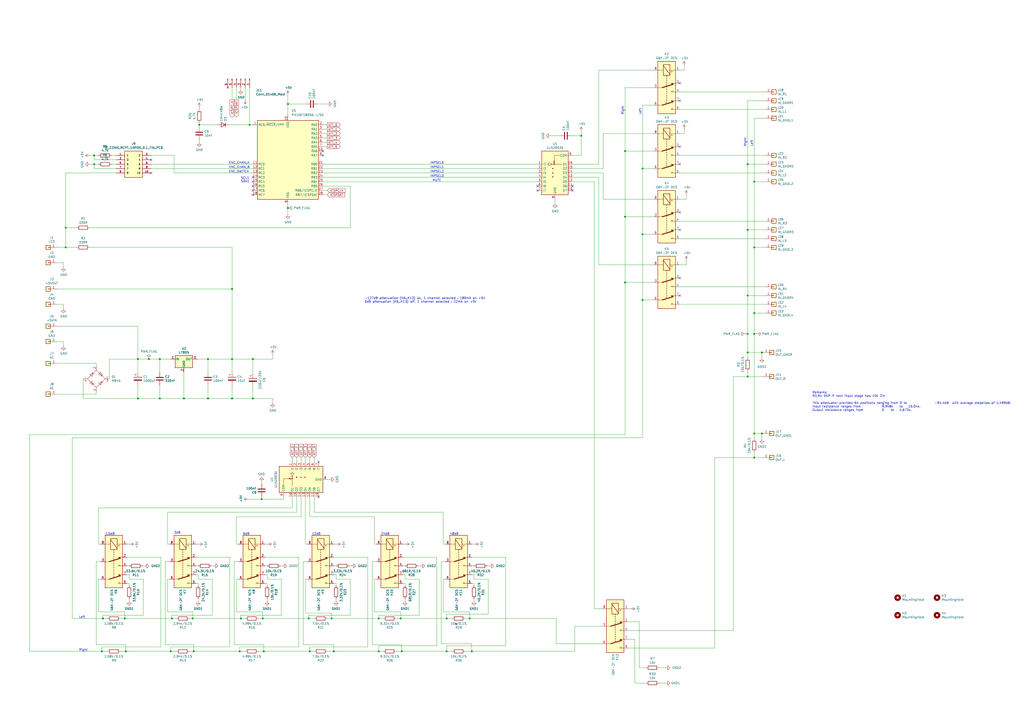
<source format=kicad_sch>
(kicad_sch (version 20230121) (generator eeschema)
  (paper "A2")
  (title_block (title "Audio Input Selector with Attenuator V2 10k") (date "2023-02-26") (rev "2") (comment 1 "https://github.com/schenkmi/electronic-projects"))
  (junction (at 433.705 218.44))
  (junction (at 86.36 208.28))
  (junction (at 433.705 193.675))
  (junction (at 139.7 358.775))
  (junction (at 120.65 231.14))
  (junction (at 167.005 60.325))
  (junction (at 153.035 377.825))
  (junction (at 144.78 72.39))
  (junction (at 139.065 377.825))
  (junction (at 437.515 265.43))
  (junction (at 151.765 289.56))
  (junction (at 112.395 377.825))
  (junction (at 372.745 173.99))
  (junction (at 437.515 181.61))
  (junction (at 232.41 358.775))
  (junction (at 179.07 358.775))
  (junction (at 362.585 163.83))
  (junction (at 59.055 377.825))
  (junction (at 146.685 231.14))
  (junction (at 72.39 358.775))
  (junction (at 259.08 358.775))
  (junction (at 259.08 377.825))
  (junction (at 152.4 358.775))
  (junction (at 99.06 377.825))
  (junction (at 80.01 208.28))
  (junction (at 134.62 208.28))
  (junction (at 120.65 208.28))
  (junction (at 441.96 204.47))
  (junction (at 80.01 231.14))
  (junction (at 92.71 231.14))
  (junction (at 433.705 204.47))
  (junction (at 167.005 120.65))
  (junction (at 38.1 132.08))
  (junction (at 433.705 171.45))
  (junction (at 134.62 167.64))
  (junction (at 362.585 87.63))
  (junction (at 99.695 358.775))
  (junction (at 219.71 377.825))
  (junction (at 193.675 377.825))
  (junction (at 433.705 95.25))
  (junction (at 111.76 358.775))
  (junction (at 134.62 231.14))
  (junction (at 437.515 143.51))
  (junction (at 146.685 208.28))
  (junction (at 272.415 358.775))
  (junction (at 73.025 377.825))
  (junction (at 192.405 358.775))
  (junction (at 362.585 125.73))
  (junction (at 38.1 143.51))
  (junction (at 92.71 208.28))
  (junction (at 441.96 251.46))
  (junction (at 372.745 97.79))
  (junction (at 437.515 251.46))
  (junction (at 372.745 135.89))
  (junction (at 233.045 377.825))
  (junction (at 59.69 358.775))
  (junction (at 179.705 377.825))
  (junction (at 337.185 78.74))
  (junction (at 54.61 95.25))
  (junction (at 115.57 72.39))
  (junction (at 219.71 358.775))
  (junction (at 273.685 377.825))
  (junction (at 106.68 231.14))
  (junction (at 433.705 133.35))
  (junction (at 437.515 193.675))
  (junction (at 54.61 90.17))
  (junction (at 437.515 105.41))
  (no_connect (at 311.785 107.95))
  (no_connect (at 187.325 87.63))
  (no_connect (at 187.325 90.17))
  (no_connect (at 394.335 133.35))
  (no_connect (at 394.335 171.45))
  (no_connect (at 332.105 107.95))
  (no_connect (at 87.63 100.33))
  (no_connect (at 87.63 92.71))
  (no_connect (at 394.335 48.26))
  (no_connect (at 184.785 288.29))
  (no_connect (at 264.795 361.95))
  (no_connect (at 394.335 58.42))
  (no_connect (at 146.685 110.49))
  (no_connect (at 146.685 113.03))
  (no_connect (at 146.685 107.95))
  (no_connect (at 146.685 105.41))
  (no_connect (at 146.685 102.87))
  (no_connect (at 311.785 110.49))
  (no_connect (at 332.105 110.49))
  (no_connect (at 394.335 85.09))
  (no_connect (at 394.335 95.25))
  (no_connect (at 394.335 161.29))
  (no_connect (at 184.785 267.97))
  (no_connect (at 394.335 123.19))
  (no_connect (at 132.08 50.8))
  (wire (pts (xy 73.66 328.295) (xy 74.93 328.295)))
  (wire (pts (xy 72.39 358.775) (xy 99.695 358.775)))
  (wire (pts (xy 382.27 387.35) (xy 386.08 387.35)))
  (wire (pts (xy 72.39 354.965) (xy 72.39 358.775)))
  (wire (pts (xy 59.69 358.775) (xy 62.23 358.775)))
  (wire (pts (xy 179.705 265.43) (xy 179.705 267.97)))
  (wire (pts (xy 218.44 315.595) (xy 217.17 315.595)))
  (wire (pts (xy 189.865 377.825) (xy 193.675 377.825)))
  (wire (pts (xy 187.325 102.87) (xy 311.785 102.87)))
  (wire (pts (xy 433.705 204.47) (xy 441.96 204.47)))
  (wire (pts (xy 139.065 375.285) (xy 139.065 377.825)))
  (wire (pts (xy 153.67 333.375) (xy 154.94 333.375)))
  (wire (pts (xy 433.705 218.44) (xy 442.595 218.44)))
  (wire (pts (xy 396.875 77.47) (xy 396.875 74.93)))
  (wire (pts (xy 253.365 374.65) (xy 219.71 374.65)))
  (wire (pts (xy 172.085 265.43) (xy 172.085 267.97)))
  (wire (pts (xy 177.165 60.325) (xy 167.005 60.325)))
  (wire (pts (xy 344.805 105.41) (xy 332.105 105.41)))
  (wire (pts (xy 362.585 125.73) (xy 362.585 87.63)))
  (wire (pts (xy 154.94 335.915) (xy 163.195 335.915)))
  (wire (pts (xy 213.36 323.215) (xy 213.36 375.285)))
  (wire (pts (xy 139.065 377.825) (xy 142.24 377.825)))
  (wire (pts (xy 433.705 95.25) (xy 433.705 133.35)))
  (wire (pts (xy 55.88 210.82) (xy 55.88 212.09)))
  (wire (pts (xy 349.25 373.38) (xy 322.58 373.38)))
  (wire (pts (xy 55.88 325.755) (xy 55.88 374.015)))
  (wire (pts (xy 97.155 354.965) (xy 111.76 354.965)))
  (wire (pts (xy 437.515 193.675) (xy 437.515 251.46)))
  (wire (pts (xy 57.15 315.595) (xy 57.15 294.64)))
  (wire (pts (xy 437.515 105.41) (xy 437.515 68.58)))
  (wire (pts (xy 38.1 132.08) (xy 38.1 143.51)))
  (wire (pts (xy 38.1 100.33) (xy 67.31 100.33)))
  (wire (pts (xy 364.49 370.84) (xy 368.3 370.84)))
  (wire (pts (xy 54.61 92.71) (xy 54.61 90.17)))
  (wire (pts (xy 187.325 105.41) (xy 311.785 105.41)))
  (wire (pts (xy 67.31 92.71) (xy 54.61 92.71)))
  (wire (pts (xy 73.025 374.015) (xy 73.025 377.825)))
  (wire (pts (xy 203.2 107.95) (xy 203.2 132.08)))
  (wire (pts (xy 149.86 358.775) (xy 152.4 358.775)))
  (wire (pts (xy 432.435 193.675) (xy 433.705 193.675)))
  (wire (pts (xy 443.865 138.43) (xy 394.335 138.43)))
  (wire (pts (xy 139.7 356.87) (xy 139.7 358.775)))
  (wire (pts (xy 437.515 143.51) (xy 443.865 143.51)))
  (wire (pts (xy 122.555 328.295) (xy 123.825 328.295)))
  (wire (pts (xy 179.07 356.87) (xy 179.07 358.775)))
  (wire (pts (xy 217.17 315.595) (xy 217.17 299.72)))
  (wire (pts (xy 114.935 335.915) (xy 123.19 335.915)))
  (wire (pts (xy 344.805 353.06) (xy 349.25 353.06)))
  (wire (pts (xy 293.37 374.65) (xy 259.08 374.65)))
  (wire (pts (xy 106.68 231.14) (xy 92.71 231.14)))
  (wire (pts (xy 137.16 335.915) (xy 137.16 354.965)))
  (wire (pts (xy 273.685 373.38) (xy 273.685 377.825)))
  (wire (pts (xy 362.585 50.8) (xy 379.095 50.8)))
  (wire (pts (xy 134.62 231.14) (xy 120.65 231.14)))
  (wire (pts (xy 257.175 335.915) (xy 257.175 354.965)))
  (wire (pts (xy 433.705 204.47) (xy 433.705 207.645)))
  (wire (pts (xy 274.955 347.345) (xy 274.955 348.615)))
  (wire (pts (xy 189.865 358.775) (xy 192.405 358.775)))
  (wire (pts (xy 372.745 173.99) (xy 372.745 135.89)))
  (wire (pts (xy 133.35 72.39) (xy 144.78 72.39)))
  (wire (pts (xy 269.875 377.825) (xy 273.685 377.825)))
  (wire (pts (xy 59.055 375.285) (xy 59.055 377.825)))
  (wire (pts (xy 332.105 95.25) (xy 347.345 95.25)))
  (wire (pts (xy 55.88 374.015) (xy 73.025 374.015)))
  (wire (pts (xy 169.545 265.43) (xy 169.545 267.97)))
  (wire (pts (xy 233.68 315.595) (xy 234.95 315.595)))
  (wire (pts (xy 93.345 375.285) (xy 59.055 375.285)))
  (wire (pts (xy 151.765 289.56) (xy 164.465 289.56)))
  (wire (pts (xy 95.885 374.015) (xy 112.395 374.015)))
  (wire (pts (xy 368.3 396.24) (xy 374.65 396.24)))
  (wire (pts (xy 97.155 335.915) (xy 97.155 354.965)))
  (wire (pts (xy 213.36 375.285) (xy 179.705 375.285)))
  (wire (pts (xy 92.71 215.9) (xy 92.71 208.28)))
  (wire (pts (xy 59.69 356.87) (xy 59.69 358.775)))
  (wire (pts (xy 97.155 315.595) (xy 98.425 315.595)))
  (wire (pts (xy 146.685 100.33) (xy 100.965 100.33)))
  (wire (pts (xy 372.745 97.79) (xy 372.745 60.96)))
  (wire (pts (xy 332.105 90.17) (xy 337.185 90.17)))
  (wire (pts (xy 177.165 355.6) (xy 192.405 355.6)))
  (wire (pts (xy 194.945 347.345) (xy 194.945 348.615)))
  (wire (pts (xy 425.45 218.44) (xy 425.45 365.76)))
  (wire (pts (xy 414.655 265.43) (xy 437.515 265.43)))
  (wire (pts (xy 74.93 335.915) (xy 83.185 335.915)))
  (wire (pts (xy 114.3 208.28) (xy 120.65 208.28)))
  (wire (pts (xy 179.705 299.72) (xy 179.705 288.29)))
  (wire (pts (xy 83.185 335.915) (xy 83.185 356.87)))
  (wire (pts (xy 64.77 90.17) (xy 67.31 90.17)))
  (wire (pts (xy 272.415 358.775) (xy 322.58 358.775)))
  (wire (pts (xy 106.68 215.9) (xy 106.68 231.14)))
  (wire (pts (xy 134.62 143.51) (xy 134.62 167.64)))
  (wire (pts (xy 187.325 95.25) (xy 311.785 95.25)))
  (wire (pts (xy 178.435 315.595) (xy 177.165 315.595)))
  (wire (pts (xy 219.71 377.825) (xy 222.25 377.825)))
  (wire (pts (xy 17.145 252.095) (xy 362.585 252.095)))
  (wire (pts (xy 194.945 335.915) (xy 203.2 335.915)))
  (wire (pts (xy 362.585 125.73) (xy 379.095 125.73)))
  (wire (pts (xy 273.685 315.595) (xy 274.955 315.595)))
  (wire (pts (xy 441.96 251.46) (xy 441.96 254.635)))
  (wire (pts (xy 114.935 339.725) (xy 114.935 338.455)))
  (wire (pts (xy 437.515 181.61) (xy 437.515 193.675)))
  (wire (pts (xy 137.16 50.8) (xy 137.16 57.785)))
  (wire (pts (xy 73.66 333.375) (xy 74.93 333.375)))
  (wire (pts (xy 203.2 335.915) (xy 203.2 356.87)))
  (wire (pts (xy 257.175 315.595) (xy 257.175 297.18)))
  (wire (pts (xy 174.625 265.43) (xy 174.625 267.97)))
  (wire (pts (xy 138.43 325.755) (xy 135.89 325.755)))
  (wire (pts (xy 182.245 297.18) (xy 182.245 288.29)))
  (wire (pts (xy 92.71 208.28) (xy 99.06 208.28)))
  (wire (pts (xy 332.105 100.33) (xy 349.885 100.33)))
  (wire (pts (xy 38.1 143.51) (xy 44.45 143.51)))
  (wire (pts (xy 218.44 335.915) (xy 217.17 335.915)))
  (wire (pts (xy 219.71 358.775) (xy 222.25 358.775)))
  (wire (pts (xy 337.185 78.74) (xy 337.185 90.17)))
  (wire (pts (xy 154.94 339.725) (xy 154.94 338.455)))
  (wire (pts (xy 437.515 181.61) (xy 437.515 143.51)))
  (wire (pts (xy 174.625 299.72) (xy 137.16 299.72)))
  (wire (pts (xy 111.76 354.965) (xy 111.76 358.775)))
  (wire (pts (xy 234.95 333.375) (xy 234.95 335.915)))
  (wire (pts (xy 153.035 377.825) (xy 179.705 377.825)))
  (wire (pts (xy 218.44 325.755) (xy 215.9 325.755)))
  (wire (pts (xy 109.855 358.775) (xy 111.76 358.775)))
  (wire (pts (xy 152.4 358.775) (xy 179.07 358.775)))
  (wire (pts (xy 54.61 90.17) (xy 57.15 90.17)))
  (wire (pts (xy 74.93 333.375) (xy 74.93 335.915)))
  (wire (pts (xy 233.68 328.295) (xy 234.95 328.295)))
  (wire (pts (xy 36.83 200.66) (xy 36.83 198.12)))
  (wire (pts (xy 349.25 363.22) (xy 333.375 363.22)))
  (wire (pts (xy 347.345 102.87) (xy 347.345 153.67)))
  (wire (pts (xy 69.85 358.775) (xy 72.39 358.775)))
  (wire (pts (xy 169.545 294.64) (xy 169.545 288.29)))
  (wire (pts (xy 259.08 374.65) (xy 259.08 377.825)))
  (wire (pts (xy 164.465 288.29) (xy 164.465 289.56)))
  (wire (pts (xy 441.96 251.46) (xy 442.595 251.46)))
  (wire (pts (xy 41.91 254) (xy 372.745 254)))
  (wire (pts (xy 443.865 166.37) (xy 394.335 166.37)))
  (wire (pts (xy 177.165 265.43) (xy 177.165 267.97)))
  (wire (pts (xy 443.865 176.53) (xy 394.335 176.53)))
  (wire (pts (xy 134.62 208.28) (xy 146.685 208.28)))
  (wire (pts (xy 123.19 356.87) (xy 99.695 356.87)))
  (wire (pts (xy 152.4 354.965) (xy 152.4 358.775)))
  (wire (pts (xy 433.705 215.265) (xy 433.705 218.44)))
  (wire (pts (xy 437.515 143.51) (xy 437.515 105.41)))
  (wire (pts (xy 74.93 347.345) (xy 74.93 348.615)))
  (wire (pts (xy 112.395 374.015) (xy 112.395 377.825)))
  (wire (pts (xy 63.5 208.28) (xy 63.5 219.71)))
  (wire (pts (xy 177.165 315.595) (xy 177.165 288.29)))
  (wire (pts (xy 370.84 360.68) (xy 364.49 360.68)))
  (wire (pts (xy 144.78 50.8) (xy 144.78 72.39)))
  (wire (pts (xy 274.955 338.455) (xy 273.685 338.455)))
  (wire (pts (xy 182.245 265.43) (xy 182.245 267.97)))
  (wire (pts (xy 123.19 335.915) (xy 123.19 356.87)))
  (wire (pts (xy 87.63 90.17) (xy 100.965 90.17)))
  (wire (pts (xy 67.31 95.25) (xy 64.77 95.25)))
  (wire (pts (xy 113.665 333.375) (xy 114.935 333.375)))
  (wire (pts (xy 202.565 328.295) (xy 203.835 328.295)))
  (wire (pts (xy 187.325 82.55) (xy 189.865 82.55)))
  (wire (pts (xy 135.89 374.015) (xy 153.035 374.015)))
  (wire (pts (xy 153.67 315.595) (xy 154.94 315.595)))
  (wire (pts (xy 437.515 193.675) (xy 438.785 193.675)))
  (wire (pts (xy 349.885 115.57) (xy 379.095 115.57)))
  (wire (pts (xy 134.62 223.52) (xy 134.62 231.14)))
  (wire (pts (xy 69.85 377.825) (xy 73.025 377.825)))
  (wire (pts (xy 92.71 208.28) (xy 86.36 208.28)))
  (wire (pts (xy 364.49 365.76) (xy 425.45 365.76)))
  (wire (pts (xy 192.405 358.775) (xy 219.71 358.775)))
  (wire (pts (xy 73.025 377.825) (xy 99.06 377.825)))
  (wire (pts (xy 443.865 100.33) (xy 394.335 100.33)))
  (wire (pts (xy 192.405 355.6) (xy 192.405 358.775)))
  (wire (pts (xy 67.31 97.79) (xy 54.61 97.79)))
  (wire (pts (xy 234.95 347.345) (xy 234.95 348.615)))
  (wire (pts (xy 87.63 95.25) (xy 146.685 95.25)))
  (wire (pts (xy 274.955 333.375) (xy 274.955 335.915)))
  (wire (pts (xy 133.35 323.215) (xy 133.35 375.285)))
  (wire (pts (xy 153.67 323.215) (xy 173.355 323.215)))
  (wire (pts (xy 193.675 374.015) (xy 193.675 377.825)))
  (wire (pts (xy 379.095 173.99) (xy 372.745 173.99)))
  (wire (pts (xy 193.675 315.595) (xy 194.945 315.595)))
  (wire (pts (xy 142.24 50.8) (xy 142.24 57.785)))
  (wire (pts (xy 443.865 58.42) (xy 433.705 58.42)))
  (wire (pts (xy 59.055 377.825) (xy 62.23 377.825)))
  (wire (pts (xy 73.66 323.215) (xy 93.345 323.215)))
  (wire (pts (xy 437.515 262.255) (xy 437.515 265.43)))
  (wire (pts (xy 38.1 132.08) (xy 38.1 100.33)))
  (wire (pts (xy 193.675 323.215) (xy 213.36 323.215)))
  (wire (pts (xy 203.2 356.87) (xy 179.07 356.87)))
  (wire (pts (xy 163.195 356.87) (xy 139.7 356.87)))
  (wire (pts (xy 372.745 254) (xy 372.745 173.99)))
  (wire (pts (xy 258.445 325.755) (xy 255.905 325.755)))
  (wire (pts (xy 332.105 78.74) (xy 337.185 78.74)))
  (wire (pts (xy 149.86 377.825) (xy 153.035 377.825)))
  (wire (pts (xy 349.885 97.79) (xy 349.885 77.47)))
  (wire (pts (xy 441.96 204.47) (xy 442.595 204.47)))
  (wire (pts (xy 80.01 215.9) (xy 80.01 208.28)))
  (wire (pts (xy 229.87 358.775) (xy 232.41 358.775)))
  (wire (pts (xy 99.695 356.87) (xy 99.695 358.775)))
  (wire (pts (xy 443.865 181.61) (xy 437.515 181.61)))
  (wire (pts (xy 443.865 63.5) (xy 394.335 63.5)))
  (wire (pts (xy 187.325 85.09) (xy 189.865 85.09)))
  (wire (pts (xy 154.94 347.345) (xy 154.94 348.615)))
  (wire (pts (xy 33.02 210.82) (xy 55.88 210.82)))
  (wire (pts (xy 95.885 325.755) (xy 95.885 374.015)))
  (wire (pts (xy 36.83 198.12) (xy 33.02 198.12)))
  (wire (pts (xy 134.62 231.14) (xy 146.685 231.14)))
  (wire (pts (xy 394.335 77.47) (xy 396.875 77.47)))
  (wire (pts (xy 219.71 374.65) (xy 219.71 377.825)))
  (wire (pts (xy 167.005 55.245) (xy 167.005 60.325)))
  (wire (pts (xy 74.93 339.725) (xy 74.93 338.455)))
  (wire (pts (xy 273.685 333.375) (xy 274.955 333.375)))
  (wire (pts (xy 134.62 167.64) (xy 33.02 167.64)))
  (wire (pts (xy 193.675 328.295) (xy 194.945 328.295)))
  (wire (pts (xy 187.325 80.01) (xy 189.865 80.01)))
  (wire (pts (xy 433.705 58.42) (xy 433.705 95.25)))
  (wire (pts (xy 109.855 377.825) (xy 112.395 377.825)))
  (wire (pts (xy 58.42 335.915) (xy 57.15 335.915)))
  (wire (pts (xy 33.02 143.51) (xy 38.1 143.51)))
  (wire (pts (xy 57.15 354.965) (xy 72.39 354.965)))
  (wire (pts (xy 257.175 354.965) (xy 272.415 354.965)))
  (wire (pts (xy 269.875 358.775) (xy 272.415 358.775)))
  (wire (pts (xy 115.57 72.39) (xy 115.57 71.12)))
  (wire (pts (xy 443.865 128.27) (xy 394.335 128.27)))
  (wire (pts (xy 134.62 215.9) (xy 134.62 208.28)))
  (wire (pts (xy 133.35 375.285) (xy 99.06 375.285)))
  (wire (pts (xy 273.685 377.825) (xy 333.375 377.825)))
  (wire (pts (xy 167.005 124.46) (xy 167.005 120.65)))
  (wire (pts (xy 87.63 97.79) (xy 146.685 97.79)))
  (wire (pts (xy 187.325 72.39) (xy 189.865 72.39)))
  (wire (pts (xy 362.585 163.83) (xy 362.585 252.095)))
  (wire (pts (xy 134.62 208.28) (xy 120.65 208.28)))
  (wire (pts (xy 36.83 154.94) (xy 36.83 152.4)))
  (wire (pts (xy 139.7 358.775) (xy 142.24 358.775)))
  (wire (pts (xy 175.895 325.755) (xy 175.895 374.015)))
  (wire (pts (xy 370.84 387.35) (xy 370.84 360.68)))
  (wire (pts (xy 272.415 354.965) (xy 272.415 358.775)))
  (wire (pts (xy 144.78 72.39) (xy 146.685 72.39)))
  (wire (pts (xy 41.91 358.775) (xy 41.91 254)))
  (wire (pts (xy 146.685 208.28) (xy 158.115 208.28)))
  (wire (pts (xy 163.195 335.915) (xy 163.195 356.87)))
  (wire (pts (xy 92.71 223.52) (xy 92.71 231.14)))
  (wire (pts (xy 98.425 325.755) (xy 95.885 325.755)))
  (wire (pts (xy 57.15 95.25) (xy 54.61 95.25)))
  (wire (pts (xy 398.145 115.57) (xy 398.145 113.03)))
  (wire (pts (xy 344.805 353.06) (xy 344.805 105.41)))
  (wire (pts (xy 332.105 97.79) (xy 349.885 97.79)))
  (wire (pts (xy 243.205 356.87) (xy 219.71 356.87)))
  (wire (pts (xy 283.21 335.915) (xy 283.21 356.235)))
  (wire (pts (xy 362.585 87.63) (xy 362.585 50.8)))
  (wire (pts (xy 158.115 233.68) (xy 158.115 231.14)))
  (wire (pts (xy 112.395 377.825) (xy 139.065 377.825)))
  (wire (pts (xy 219.71 356.87) (xy 219.71 358.775)))
  (wire (pts (xy 332.105 102.87) (xy 347.345 102.87)))
  (wire (pts (xy 362.585 163.83) (xy 362.585 125.73)))
  (wire (pts (xy 425.45 218.44) (xy 433.705 218.44)))
  (wire (pts (xy 86.36 208.28) (xy 80.01 208.28)))
  (wire (pts (xy 232.41 358.775) (xy 259.08 358.775)))
  (wire (pts (xy 394.335 40.64) (xy 396.875 40.64)))
  (wire (pts (xy 83.185 356.87) (xy 59.69 356.87)))
  (wire (pts (xy 36.83 176.53) (xy 33.02 176.53)))
  (wire (pts (xy 259.08 356.235) (xy 259.08 358.775)))
  (wire (pts (xy 54.61 97.79) (xy 54.61 95.25)))
  (wire (pts (xy 187.325 100.33) (xy 311.785 100.33)))
  (wire (pts (xy 146.685 231.14) (xy 158.115 231.14)))
  (wire (pts (xy 154.94 338.455) (xy 153.67 338.455)))
  (wire (pts (xy 379.095 163.83) (xy 362.585 163.83)))
  (wire (pts (xy 215.9 325.755) (xy 215.9 374.015)))
  (wire (pts (xy 114.935 333.375) (xy 114.935 335.915)))
  (wire (pts (xy 347.345 153.67) (xy 379.095 153.67)))
  (wire (pts (xy 255.905 325.755) (xy 255.905 373.38)))
  (wire (pts (xy 52.07 143.51) (xy 134.62 143.51)))
  (wire (pts (xy 187.325 97.79) (xy 311.785 97.79)))
  (wire (pts (xy 321.945 118.11) (xy 321.945 115.57)))
  (wire (pts (xy 187.325 113.03) (xy 189.865 113.03)))
  (wire (pts (xy 17.145 377.825) (xy 59.055 377.825)))
  (wire (pts (xy 368.3 370.84) (xy 368.3 396.24)))
  (wire (pts (xy 137.16 354.965) (xy 152.4 354.965)))
  (wire (pts (xy 114.935 347.345) (xy 114.935 348.615)))
  (wire (pts (xy 134.62 208.28) (xy 134.62 167.64)))
  (wire (pts (xy 167.005 120.65) (xy 167.005 118.11)))
  (wire (pts (xy 433.705 171.45) (xy 433.705 193.675)))
  (wire (pts (xy 100.965 90.17) (xy 100.965 100.33)))
  (wire (pts (xy 99.06 375.285) (xy 99.06 377.825)))
  (wire (pts (xy 175.895 374.015) (xy 193.675 374.015)))
  (wire (pts (xy 178.435 335.915) (xy 177.165 335.915)))
  (wire (pts (xy 57.15 294.64) (xy 169.545 294.64)))
  (wire (pts (xy 293.37 323.215) (xy 293.37 374.65)))
  (wire (pts (xy 283.21 356.235) (xy 259.08 356.235)))
  (wire (pts (xy 172.085 297.18) (xy 97.155 297.18)))
  (wire (pts (xy 184.785 60.325) (xy 189.865 60.325)))
  (wire (pts (xy 55.88 228.6) (xy 55.88 227.33)))
  (wire (pts (xy 82.55 328.295) (xy 83.82 328.295)))
  (wire (pts (xy 234.95 339.725) (xy 234.95 338.455)))
  (wire (pts (xy 414.655 265.43) (xy 414.655 375.92)))
  (wire (pts (xy 154.94 333.375) (xy 154.94 335.915)))
  (wire (pts (xy 33.02 228.6) (xy 55.88 228.6)))
  (wire (pts (xy 372.745 135.89) (xy 372.745 97.79)))
  (wire (pts (xy 179.07 358.775) (xy 182.245 358.775)))
  (wire (pts (xy 111.76 358.775) (xy 139.7 358.775)))
  (wire (pts (xy 146.685 208.28) (xy 146.685 216.535)))
  (wire (pts (xy 187.325 107.95) (xy 203.2 107.95)))
  (wire (pts (xy 17.145 252.095) (xy 17.145 377.825)))
  (wire (pts (xy 259.08 377.825) (xy 262.255 377.825)))
  (wire (pts (xy 146.685 224.155) (xy 146.685 231.14)))
  (wire (pts (xy 179.705 375.285) (xy 179.705 377.825)))
  (wire (pts (xy 319.405 78.74) (xy 324.485 78.74)))
  (wire (pts (xy 194.945 339.725) (xy 194.945 338.455)))
  (wire (pts (xy 80.01 189.23) (xy 80.01 208.28)))
  (wire (pts (xy 137.16 299.72) (xy 137.16 315.595)))
  (wire (pts (xy 232.41 354.965) (xy 232.41 358.775)))
  (wire (pts (xy 394.335 115.57) (xy 398.145 115.57)))
  (wire (pts (xy 114.935 338.455) (xy 113.665 338.455)))
  (wire (pts (xy 233.68 333.375) (xy 234.95 333.375)))
  (wire (pts (xy 120.65 231.14) (xy 106.68 231.14)))
  (wire (pts (xy 233.045 374.015) (xy 233.045 377.825)))
  (wire (pts (xy 125.73 72.39) (xy 115.57 72.39)))
  (wire (pts (xy 113.665 323.215) (xy 133.35 323.215)))
  (wire (pts (xy 437.515 105.41) (xy 443.865 105.41)))
  (wire (pts (xy 58.42 315.595) (xy 57.15 315.595)))
  (wire (pts (xy 364.49 375.92) (xy 414.655 375.92)))
  (wire (pts (xy 243.205 335.915) (xy 243.205 356.87)))
  (wire (pts (xy 120.65 215.9) (xy 120.65 208.28)))
  (wire (pts (xy 437.515 251.46) (xy 437.515 254.635)))
  (wire (pts (xy 189.865 278.13) (xy 191.135 278.13)))
  (wire (pts (xy 74.93 338.455) (xy 73.66 338.455)))
  (wire (pts (xy 217.17 354.965) (xy 232.41 354.965)))
  (wire (pts (xy 322.58 358.775) (xy 322.58 373.38)))
  (wire (pts (xy 151.765 279.4) (xy 151.765 280.67)))
  (wire (pts (xy 115.57 73.66) (xy 115.57 72.39)))
  (wire (pts (xy 233.045 377.825) (xy 259.08 377.825)))
  (wire (pts (xy 372.745 60.96) (xy 379.095 60.96)))
  (wire (pts (xy 151.765 288.29) (xy 151.765 289.56)))
  (wire (pts (xy 233.68 323.215) (xy 253.365 323.215)))
  (wire (pts (xy 437.515 68.58) (xy 443.865 68.58)))
  (wire (pts (xy 362.585 87.63) (xy 379.095 87.63)))
  (wire (pts (xy 187.325 110.49) (xy 189.865 110.49)))
  (wire (pts (xy 441.96 204.47) (xy 441.96 207.645)))
  (wire (pts (xy 347.345 40.64) (xy 347.345 95.25)))
  (wire (pts (xy 172.085 288.29) (xy 172.085 297.18)))
  (wire (pts (xy 242.57 328.295) (xy 243.84 328.295)))
  (wire (pts (xy 349.885 77.47) (xy 379.095 77.47)))
  (wire (pts (xy 52.07 90.17) (xy 54.61 90.17)))
  (wire (pts (xy 433.705 133.35) (xy 443.865 133.35)))
  (wire (pts (xy 398.145 153.67) (xy 398.145 151.13)))
  (wire (pts (xy 255.905 373.38) (xy 273.685 373.38)))
  (wire (pts (xy 187.325 74.93) (xy 189.865 74.93)))
  (wire (pts (xy 93.345 323.215) (xy 93.345 375.285)))
  (wire (pts (xy 174.625 288.29) (xy 174.625 299.72)))
  (wire (pts (xy 115.57 82.55) (xy 115.57 81.28)))
  (wire (pts (xy 217.17 299.72) (xy 179.705 299.72)))
  (wire (pts (xy 273.685 323.215) (xy 293.37 323.215)))
  (wire (pts (xy 144.145 289.56) (xy 151.765 289.56)))
  (wire (pts (xy 158.115 205.74) (xy 158.115 208.28)))
  (wire (pts (xy 58.42 325.755) (xy 55.88 325.755)))
  (wire (pts (xy 57.15 335.915) (xy 57.15 354.965)))
  (wire (pts (xy 382.27 396.24) (xy 386.08 396.24)))
  (wire (pts (xy 337.185 76.2) (xy 337.185 78.74)))
  (wire (pts (xy 48.26 231.14) (xy 80.01 231.14)))
  (wire (pts (xy 173.355 375.285) (xy 139.065 375.285)))
  (wire (pts (xy 234.95 335.915) (xy 243.205 335.915)))
  (wire (pts (xy 258.445 335.915) (xy 257.175 335.915)))
  (wire (pts (xy 33.02 189.23) (xy 80.01 189.23)))
  (wire (pts (xy 177.165 335.915) (xy 177.165 355.6)))
  (wire (pts (xy 333.375 363.22) (xy 333.375 377.825)))
  (wire (pts (xy 396.875 40.64) (xy 396.875 38.1)))
  (wire (pts (xy 137.16 315.595) (xy 138.43 315.595)))
  (wire (pts (xy 113.665 315.595) (xy 114.935 315.595)))
  (wire (pts (xy 73.66 315.595) (xy 74.93 315.595)))
  (wire (pts (xy 347.345 40.64) (xy 379.095 40.64)))
  (wire (pts (xy 234.95 338.455) (xy 233.68 338.455)))
  (wire (pts (xy 179.705 377.825) (xy 182.245 377.825)))
  (wire (pts (xy 372.745 135.89) (xy 379.095 135.89)))
  (wire (pts (xy 173.355 323.215) (xy 173.355 375.285)))
  (wire (pts (xy 194.945 333.375) (xy 194.945 335.915)))
  (wire (pts (xy 99.06 377.825) (xy 102.235 377.825)))
  (wire (pts (xy 433.705 133.35) (xy 433.705 171.45)))
  (wire (pts (xy 92.71 231.14) (xy 80.01 231.14)))
  (wire (pts (xy 138.43 335.915) (xy 137.16 335.915)))
  (wire (pts (xy 52.07 132.08) (xy 203.2 132.08)))
  (wire (pts (xy 178.435 325.755) (xy 175.895 325.755)))
  (wire (pts (xy 54.61 95.25) (xy 52.07 95.25)))
  (wire (pts (xy 98.425 335.915) (xy 97.155 335.915)))
  (wire (pts (xy 48.26 219.71) (xy 48.26 231.14)))
  (wire (pts (xy 437.515 251.46) (xy 441.96 251.46)))
  (wire (pts (xy 99.695 358.775) (xy 102.235 358.775)))
  (wire (pts (xy 372.745 97.79) (xy 379.095 97.79)))
  (wire (pts (xy 36.83 152.4) (xy 33.02 152.4)))
  (wire (pts (xy 259.08 358.775) (xy 262.255 358.775)))
  (wire (pts (xy 120.65 223.52) (xy 120.65 231.14)))
  (wire (pts (xy 113.665 328.295) (xy 114.935 328.295)))
  (wire (pts (xy 153.67 328.295) (xy 154.94 328.295)))
  (wire (pts (xy 97.155 297.18) (xy 97.155 315.595)))
  (wire (pts (xy 433.705 193.675) (xy 433.705 204.47)))
  (wire (pts (xy 253.365 323.215) (xy 253.365 374.65)))
  (wire (pts (xy 273.685 328.295) (xy 274.955 328.295)))
  (wire (pts (xy 36.83 179.07) (xy 36.83 176.53)))
  (wire (pts (xy 167.005 60.325) (xy 167.005 67.31)))
  (wire (pts (xy 194.945 338.455) (xy 193.675 338.455)))
  (wire (pts (xy 374.65 387.35) (xy 370.84 387.35)))
  (wire (pts (xy 217.17 335.915) (xy 217.17 354.965)))
  (wire (pts (xy 44.45 132.08) (xy 38.1 132.08)))
  (wire (pts (xy 41.91 358.775) (xy 59.69 358.775)))
  (wire (pts (xy 187.325 77.47) (xy 189.865 77.47)))
  (wire (pts (xy 394.335 153.67) (xy 398.145 153.67)))
  (wire (pts (xy 394.335 53.34) (xy 443.865 53.34)))
  (wire (pts (xy 437.515 265.43) (xy 442.595 265.43)))
  (wire (pts (xy 349.885 100.33) (xy 349.885 115.57)))
  (wire (pts (xy 162.56 328.295) (xy 163.83 328.295)))
  (wire (pts (xy 274.955 339.725) (xy 274.955 338.455)))
  (wire (pts (xy 135.89 325.755) (xy 135.89 374.015)))
  (wire (pts (xy 193.675 377.825) (xy 219.71 377.825)))
  (wire (pts (xy 443.865 90.17) (xy 394.335 90.17)))
  (wire (pts (xy 115.57 63.5) (xy 115.57 62.23)))
  (wire (pts (xy 282.575 328.295) (xy 283.845 328.295)))
  (wire (pts (xy 257.175 297.18) (xy 182.245 297.18)))
  (wire (pts (xy 215.9 374.015) (xy 233.045 374.015)))
  (wire (pts (xy 193.675 333.375) (xy 194.945 333.375)))
  (wire (pts (xy 80.01 231.14) (xy 80.01 223.52)))
  (wire (pts (xy 80.01 208.28) (xy 63.5 208.28)))
  (wire (pts (xy 153.035 374.015) (xy 153.035 377.825)))
  (wire (pts (xy 364.49 353.06) (xy 365.76 353.06)))
  (wire (pts (xy 229.87 377.825) (xy 233.045 377.825)))
  (wire (pts (xy 433.705 171.45) (xy 443.865 171.45)))
  (wire (pts (xy 258.445 315.595) (xy 257.175 315.595)))
  (wire (pts (xy 134.62 50.8) (xy 134.62 57.785)))
  (wire (pts (xy 433.705 95.25) (xy 443.865 95.25)))
  (wire (pts (xy 139.7 50.8) (xy 139.7 52.07)))
  (wire (pts (xy 274.955 335.915) (xy 283.21 335.915)))
  (text "Right" (at 45.72 377.825 0) (effects (font (size 1.27 1.27)) (justify left bottom)))
  (text "6dB" (at 140.97 310.515 0) (effects (font (size 1.27 1.27)) (justify left bottom)))
  (text "24dB" (at 220.98 310.515 0) (effects (font (size 1.27 1.27)) (justify left bottom)))
  (text "INPSEL3" (at 249.555 102.87 0) (effects (font (size 1.27 1.27)) (justify left bottom)))
  (text "SCL1" (at 139.7 104.14 0) (effects (font (size 1.27 1.27)) (justify left bottom)))
  (text "Left" (at 372.11 66.675 90) (effects (font (size 1.27 1.27)) (justify left bottom)))
  (text "3dB" (at 100.965 309.88 0) (effects (font (size 1.27 1.27)) (justify left bottom)))
  (text "12dB" (at 180.975 310.515 0) (effects (font (size 1.27 1.27)) (justify left bottom)))
  (text "MUTE" (at 250.825 105.41 0) (effects (font (size 1.27 1.27)) (justify left bottom)))
  (text "ENC_SWITCH" (at 132.715 100.33 0) (effects (font (size 1.27 1.27)) (justify left bottom)))
  (text "SDA1" (at 139.7 106.045 0) (effects (font (size 1.27 1.27)) (justify left bottom)))
  (text "INPSEL0" (at 249.555 95.25 0) (effects (font (size 1.27 1.27)) (justify left bottom)))
  (text "ENC_CHAN_A" (at 132.715 95.25 0) (effects (font (size 1.27 1.27)) (justify left bottom)))
  (text "Right" (at 361.95 66.675 90) (effects (font (size 1.27 1.27)) (justify left bottom)))
  (text "Remarks:\nR3,R4 DNP if next input stage has 10k Zin\n\nThis attenuator provides 64 positions ranging from 0 to	-94.4dB	with average stepsizes of 1.499dB.\nInput resistance ranges from	9.948k	to	10.04k.\nOutput resistance ranges from	0	to	4.672k.\n" (at 471.17 238.76 0) (effects (font (size 1.27 1.27)) (justify left bottom)))
  (text "Right" (at 433.07 85.09 90) (effects (font (size 1.27 1.27)) (justify left bottom)))
  (text "Left" (at 436.88 85.09 90) (effects (font (size 1.27 1.27)) (justify left bottom)))
  (text "1.5dB" (at 60.96 310.515 0) (effects (font (size 1.27 1.27)) (justify left bottom)))
  (text "Left" (at 45.72 358.775 0) (effects (font (size 1.27 1.27)) (justify left bottom)))
  (text "ENC_CHAN_B" (at 132.715 97.79 0) (effects (font (size 1.27 1.27)) (justify left bottom)))
  (text "48dB" (at 260.985 310.515 0) (effects (font (size 1.27 1.27)) (justify left bottom)))
  (text "-127dB attenuation (K6..K13) on, 1 channel selected : 180mA on +5V\n0dB attenuation (K6..K13) off, 1 channel selected : 22mA on +5V" (at 211.455 175.895 0) (effects (font (size 1.27 1.27)) (justify left bottom)))
  (text "INPSEL1" (at 249.555 97.79 0) (effects (font (size 1.27 1.27)) (justify left bottom)))
  (text "INPSEL2" (at 249.555 100.33 0) (effects (font (size 1.27 1.27)) (justify left bottom)))
  (global_label "ATT_2" (shape input) (at 174.625 265.43 90) (property "Intersheetrefs" "${INTERSHEET_REFS}" (effects hide)))
  (global_label "ATT_1" (shape input) (at 172.085 265.43 90) (property "Intersheetrefs" "${INTERSHEET_REFS}" (effects hide)))
  (global_label "ICSPDAT" (shape output) (at 137.16 57.785 270) (property "Intersheetrefs" "${INTERSHEET_REFS}" (effects hide)))
  (global_label "ATT_0" (shape output) (at 189.865 72.39 0) (property "Intersheetrefs" "${INTERSHEET_REFS}" (effects hide)))
  (global_label "ATT_3" (shape output) (at 189.865 80.01 0) (property "Intersheetrefs" "${INTERSHEET_REFS}" (effects hide)))
  (global_label "ATT_5" (shape output) (at 189.865 85.09 0) (property "Intersheetrefs" "${INTERSHEET_REFS}" (effects hide)))
  (global_label "ATT_0" (shape input) (at 169.545 265.43 90) (property "Intersheetrefs" "${INTERSHEET_REFS}" (effects hide)))
  (global_label "ICSPDAT" (shape input) (at 189.865 113.03 0) (property "Intersheetrefs" "${INTERSHEET_REFS}" (effects hide)))
  (global_label "ATT_5" (shape input) (at 182.245 265.43 90) (property "Intersheetrefs" "${INTERSHEET_REFS}" (effects hide)))
  (global_label "ICSPCLK" (shape input) (at 189.865 110.49 0) (property "Intersheetrefs" "${INTERSHEET_REFS}" (effects hide)))
  (global_label "ATT_4" (shape output) (at 189.865 82.55 0) (property "Intersheetrefs" "${INTERSHEET_REFS}" (effects hide)))
  (global_label "ATT_1" (shape output) (at 189.865 74.93 0) (property "Intersheetrefs" "${INTERSHEET_REFS}" (effects hide)))
  (global_label "ATT_2" (shape output) (at 189.865 77.47 0) (property "Intersheetrefs" "${INTERSHEET_REFS}" (effects hide)))
  (global_label "ICSPCLK" (shape output) (at 134.62 57.785 270) (property "Intersheetrefs" "${INTERSHEET_REFS}" (effects hide)))
  (global_label "ATT_3" (shape input) (at 177.165 265.43 90) (property "Intersheetrefs" "${INTERSHEET_REFS}" (effects hide)))
  (global_label "ATT_4" (shape input) (at 179.705 265.43 90) (property "Intersheetrefs" "${INTERSHEET_REFS}" (effects hide)))
  (symbol (lib_id "Mechanical:MountingHole") (at 520.7 346.71 0) (unit 1)
    (property "Reference" "H1" (at 523.24 345.5416 0) (effects (justify left)))
    (property "Value" "MountingHole" (at 523.24 347.853 0) (effects (justify left)))
    (property "Footprint" "MountingHole:MountingHole_3.2mm_M3" (effects hide))
  )
  (symbol (lib_id "Mechanical:MountingHole") (at 543.56 346.71 0) (unit 1)
    (property "Reference" "H3" (at 546.1 345.5416 0) (effects (justify left)))
    (property "Value" "MountingHole" (at 546.1 347.853 0) (effects (justify left)))
    (property "Footprint" "MountingHole:MountingHole_3.2mm_M3" (effects hide))
  )
  (symbol (lib_id "Mechanical:MountingHole") (at 520.7 356.87 0) (unit 1)
    (property "Reference" "H2" (at 523.24 355.7016 0) (effects (justify left)))
    (property "Value" "MountingHole" (at 523.24 358.013 0) (effects (justify left)))
    (property "Footprint" "MountingHole:MountingHole_3.2mm_M3" (effects hide))
  )
  (symbol (lib_id "Mechanical:MountingHole") (at 543.56 356.87 0) (unit 1)
    (property "Reference" "H4" (at 546.1 355.7016 0) (effects (justify left)))
    (property "Value" "MountingHole" (at 546.1 358.013 0) (effects (justify left)))
    (property "Footprint" "MountingHole:MountingHole_3.2mm_M3" (effects hide))
  )
  (symbol (lib_id "Relay:G6K-2") (at 386.715 50.8 270) (unit 1)
    (property "Reference" "K2" (at 386.715 31.3182 90))
    (property "Value" "G6K-2F DC5" (at 386.715 33.6296 90))
    (property "Footprint" "Relay_SMD:Relay_DPDT_Omron_G6K-2F" (effects hide))
    (property "Datasheet" "http://omronfs.omron.com/en_US/ecb/products/pdf/en-g6k.pdf" (effects hide))
  )
  (symbol (lib_id "Transistor_Array:ULN2003A") (at 321.945 100.33 0) (unit 1)
    (property "Reference" "U4" (at 321.945 83.3882 0))
    (property "Value" "ULN2003A" (at 321.945 85.6996 0))
    (property "Footprint" "Package_SO:SOIC-16_3.9x9.9mm_P1.27mm" (effects hide))
    (property "Datasheet" "http://www.ti.com/lit/ds/symlink/uln2003a.pdf" (effects hide))
  )
  (symbol (lib_id "Device:R") (at 48.26 143.51 270) (unit 1)
    (property "Reference" "R2" (at 48.26 138.2522 90))
    (property "Value" "330R" (at 48.26 140.5636 90))
    (property "Footprint" "Resistor_SMD:R_0805_2012Metric_Pad1.20x1.40mm_HandSolder" (effects hide))
  )
  (symbol (lib_id "Relay:G6K-2") (at 386.715 87.63 270) (unit 1)
    (property "Reference" "K3" (at 386.715 68.1482 90))
    (property "Value" "G6K-2F DC5" (at 386.715 70.4596 90))
    (property "Footprint" "Relay_SMD:Relay_DPDT_Omron_G6K-2F" (effects hide))
    (property "Datasheet" "http://omronfs.omron.com/en_US/ecb/products/pdf/en-g6k.pdf" (effects hide))
  )
  (symbol (lib_id "Relay:G6K-2") (at 386.715 125.73 270) (unit 1)
    (property "Reference" "K4" (at 386.715 106.2482 90))
    (property "Value" "G6K-2F DC5" (at 386.715 108.5596 90))
    (property "Footprint" "Relay_SMD:Relay_DPDT_Omron_G6K-2F" (effects hide))
    (property "Datasheet" "http://omronfs.omron.com/en_US/ecb/products/pdf/en-g6k.pdf" (effects hide))
  )
  (symbol (lib_id "Relay:G6K-2") (at 386.715 163.83 270) (unit 1)
    (property "Reference" "K5" (at 386.715 144.3482 90))
    (property "Value" "G6K-2F DC5" (at 386.715 146.6596 90))
    (property "Footprint" "Relay_SMD:Relay_DPDT_Omron_G6K-2F" (effects hide))
    (property "Datasheet" "http://omronfs.omron.com/en_US/ecb/products/pdf/en-g6k.pdf" (effects hide))
  )
  (symbol (lib_id "Device:C_Polarized") (at 80.01 219.71 0) (unit 1)
    (property "Reference" "C1" (at 83.0072 218.5416 0) (effects (justify left)))
    (property "Value" "1000uF" (at 83.0072 220.853 0) (effects (justify left)))
    (property "Footprint" "Capacitor_THT:CP_Radial_D12.5mm_P5.00mm" (effects hide))
  )
  (symbol (lib_id "Device:C") (at 120.65 219.71 0) (unit 1)
    (property "Reference" "C3" (at 123.571 218.5416 0) (effects (justify left)))
    (property "Value" "100nF" (at 123.571 220.853 0) (effects (justify left)))
    (property "Footprint" "Capacitor_SMD:C_0805_2012Metric_Pad1.18x1.45mm_HandSolder" (effects hide))
  )
  (symbol (lib_id "Device:C") (at 92.71 219.71 0) (unit 1)
    (property "Reference" "C2" (at 95.631 218.5416 0) (effects (justify left)))
    (property "Value" "330nF" (at 95.631 220.853 0) (effects (justify left)))
    (property "Footprint" "Capacitor_SMD:C_0805_2012Metric_Pad1.18x1.45mm_HandSolder" (effects hide))
  )
  (symbol (lib_id "Connector_Generic:Conn_01x01") (at 27.94 228.6 180) (unit 1)
    (property "Reference" "J8" (at 30.0228 222.885 0))
    (property "Value" "AC" (at 30.0228 225.1964 0))
    (property "Footprint" "Connector_Pin:Pin_D1.0mm_L10.0mm" (effects hide))
  )
  (symbol (lib_id "Connector_Generic:Conn_01x01") (at 27.94 210.82 180) (unit 1)
    (property "Reference" "J7" (at 30.0228 205.105 0))
    (property "Value" "AC" (at 30.0228 207.4164 0))
    (property "Footprint" "Connector_Pin:Pin_D1.0mm_L10.0mm" (effects hide))
  )
  (symbol (lib_id "Connector_Generic:Conn_01x01") (at 27.94 198.12 180) (unit 1)
    (property "Reference" "J6" (at 30.0228 192.405 0))
    (property "Value" "GND" (at 30.0228 194.7164 0))
    (property "Footprint" "Connector_Pin:Pin_D1.0mm_L10.0mm" (effects hide))
  )
  (symbol (lib_id "Connector_Generic:Conn_01x01") (at 27.94 189.23 180) (unit 1)
    (property "Reference" "J5" (at 30.0228 183.515 0))
    (property "Value" "+5VIN" (at 30.0228 185.8264 0))
    (property "Footprint" "Connector_Pin:Pin_D1.0mm_L10.0mm" (effects hide))
  )
  (symbol (lib_id "Device:R") (at 48.26 132.08 270) (unit 1)
    (property "Reference" "R1" (at 48.26 126.8222 90))
    (property "Value" "330R" (at 48.26 129.1336 90))
    (property "Footprint" "Resistor_SMD:R_0805_2012Metric_Pad1.20x1.40mm_HandSolder" (effects hide))
  )
  (symbol (lib_id "Connector_Generic:Conn_01x01") (at 27.94 152.4 180) (unit 1)
    (property "Reference" "J2" (at 30.0228 146.685 0))
    (property "Value" "GND" (at 30.0228 148.9964 0))
    (property "Footprint" "Connector_Pin:Pin_D1.0mm_L10.0mm" (effects hide))
  )
  (symbol (lib_id "Connector_Generic:Conn_01x01") (at 27.94 143.51 180) (unit 1)
    (property "Reference" "J1" (at 30.0228 137.795 0))
    (property "Value" "LED" (at 30.0228 140.1064 0))
    (property "Footprint" "Connector_Pin:Pin_D1.0mm_L10.0mm" (effects hide))
  )
  (symbol (lib_id "power:GND") (at 36.83 200.66 0) (unit 1)
    (property "Reference" "#PWR0104" (effects hide))
    (property "Value" "GND" (at 36.957 205.0542 0))
  )
  (symbol (lib_id "power:+5V") (at 158.115 205.74 0) (unit 1)
    (property "Reference" "#PWR0106" (effects hide))
    (property "Value" "+5V" (at 158.496 201.3458 0))
  )
  (symbol (lib_id "power:GND") (at 158.115 233.68 0) (unit 1)
    (property "Reference" "#PWR0107" (effects hide))
    (property "Value" "GND" (at 158.242 238.0742 0))
  )
  (symbol (lib_id "Connector_Generic:Conn_01x01") (at 27.94 176.53 180) (unit 1)
    (property "Reference" "J4" (at 30.0228 170.815 0))
    (property "Value" "GND" (at 30.0228 173.1264 0))
    (property "Footprint" "Connector_Pin:Pin_D1.0mm_L10.0mm" (effects hide))
  )
  (symbol (lib_id "Connector_Generic:Conn_01x01") (at 27.94 167.64 180) (unit 1)
    (property "Reference" "J3" (at 30.0228 161.925 0))
    (property "Value" "+5VOUT" (at 30.0228 164.2364 0))
    (property "Footprint" "Connector_Pin:Pin_D1.0mm_L10.0mm" (effects hide))
  )
  (symbol (lib_id "power:GND") (at 36.83 179.07 0) (unit 1)
    (property "Reference" "#PWR0108" (effects hide))
    (property "Value" "GND" (at 36.957 183.4642 0))
  )
  (symbol (lib_id "power:GND") (at 36.83 154.94 0) (unit 1)
    (property "Reference" "#PWR0109" (effects hide))
    (property "Value" "GND" (at 36.957 159.3342 0))
  )
  (symbol (lib_id "power:+5V") (at 337.185 76.2 0) (unit 1)
    (property "Reference" "#PWR0110" (effects hide))
    (property "Value" "+5V" (at 337.566 71.8058 0))
  )
  (symbol (lib_id "power:+5V") (at 396.875 38.1 0) (unit 1)
    (property "Reference" "#PWR0111" (effects hide))
    (property "Value" "+5V" (at 397.256 33.7058 0))
  )
  (symbol (lib_id "power:+5V") (at 396.875 74.93 0) (unit 1)
    (property "Reference" "#PWR0112" (effects hide))
    (property "Value" "+5V" (at 397.256 70.5358 0))
  )
  (symbol (lib_id "Device:C") (at 328.295 78.74 90) (unit 1)
    (property "Reference" "C5" (at 327.1266 75.819 0) (effects (justify left)))
    (property "Value" "100nF" (at 329.438 75.819 0) (effects (justify left)))
    (property "Footprint" "Capacitor_SMD:C_0805_2012Metric_Pad1.18x1.45mm_HandSolder" (effects hide))
  )
  (symbol (lib_id "Connector_Generic:Conn_01x01") (at 448.945 53.34 0) (unit 1)
    (property "Reference" "J18" (at 450.977 52.2732 0) (effects (justify left)))
    (property "Value" "IN_R1" (at 450.977 54.5846 0) (effects (justify left)))
    (property "Footprint" "Connector_Pin:Pin_D1.0mm_L10.0mm" (effects hide))
  )
  (symbol (lib_id "Connector_Generic:Conn_01x01") (at 448.945 58.42 0) (unit 1)
    (property "Reference" "J19" (at 450.977 57.3532 0) (effects (justify left)))
    (property "Value" "IN_GNDR1" (at 450.977 59.6646 0) (effects (justify left)))
    (property "Footprint" "Connector_Pin:Pin_D1.0mm_L10.0mm" (effects hide))
  )
  (symbol (lib_id "Connector_Generic:Conn_01x01") (at 448.945 63.5 0) (unit 1)
    (property "Reference" "J20" (at 450.977 62.4332 0) (effects (justify left)))
    (property "Value" "IN_L1" (at 450.977 64.7446 0) (effects (justify left)))
    (property "Footprint" "Connector_Pin:Pin_D1.0mm_L10.0mm" (effects hide))
  )
  (symbol (lib_id "Connector_Generic:Conn_01x01") (at 448.945 68.58 0) (unit 1)
    (property "Reference" "J21" (at 450.977 67.5132 0) (effects (justify left)))
    (property "Value" "IN_GNDL1" (at 450.977 69.8246 0) (effects (justify left)))
    (property "Footprint" "Connector_Pin:Pin_D1.0mm_L10.0mm" (effects hide))
  )
  (symbol (lib_id "Connector_Generic:Conn_01x01") (at 448.945 90.17 0) (unit 1)
    (property "Reference" "J22" (at 450.977 89.1032 0) (effects (justify left)))
    (property "Value" "IN_R2" (at 450.977 91.4146 0) (effects (justify left)))
    (property "Footprint" "Connector_Pin:Pin_D1.0mm_L10.0mm" (effects hide))
  )
  (symbol (lib_id "Connector_Generic:Conn_01x01") (at 448.945 95.25 0) (unit 1)
    (property "Reference" "J23" (at 450.977 94.1832 0) (effects (justify left)))
    (property "Value" "IN_GNDR2" (at 450.977 96.4946 0) (effects (justify left)))
    (property "Footprint" "Connector_Pin:Pin_D1.0mm_L10.0mm" (effects hide))
  )
  (symbol (lib_id "Connector_Generic:Conn_01x01") (at 448.945 100.33 0) (unit 1)
    (property "Reference" "J24" (at 450.977 99.2632 0) (effects (justify left)))
    (property "Value" "IN_L2" (at 450.977 101.5746 0) (effects (justify left)))
    (property "Footprint" "Connector_Pin:Pin_D1.0mm_L10.0mm" (effects hide))
  )
  (symbol (lib_id "Connector_Generic:Conn_01x01") (at 448.945 105.41 0) (unit 1)
    (property "Reference" "J25" (at 450.977 104.3432 0) (effects (justify left)))
    (property "Value" "IN_GNDL2" (at 450.977 106.6546 0) (effects (justify left)))
    (property "Footprint" "Connector_Pin:Pin_D1.0mm_L10.0mm" (effects hide))
  )
  (symbol (lib_id "Connector_Generic:Conn_01x01") (at 448.945 128.27 0) (unit 1)
    (property "Reference" "J26" (at 450.977 127.2032 0) (effects (justify left)))
    (property "Value" "IN_R3" (at 450.977 129.5146 0) (effects (justify left)))
    (property "Footprint" "Connector_Pin:Pin_D1.0mm_L10.0mm" (effects hide))
  )
  (symbol (lib_id "Connector_Generic:Conn_01x01") (at 448.945 133.35 0) (unit 1)
    (property "Reference" "J27" (at 450.977 132.2832 0) (effects (justify left)))
    (property "Value" "IN_GNDR3" (at 450.977 134.5946 0) (effects (justify left)))
    (property "Footprint" "Connector_Pin:Pin_D1.0mm_L10.0mm" (effects hide))
  )
  (symbol (lib_id "Connector_Generic:Conn_01x01") (at 448.945 138.43 0) (unit 1)
    (property "Reference" "J28" (at 450.977 137.3632 0) (effects (justify left)))
    (property "Value" "IN_L3" (at 450.977 139.6746 0) (effects (justify left)))
    (property "Footprint" "Connector_Pin:Pin_D1.0mm_L10.0mm" (effects hide))
  )
  (symbol (lib_id "Connector_Generic:Conn_01x01") (at 448.945 143.51 0) (unit 1)
    (property "Reference" "J29" (at 450.977 142.4432 0) (effects (justify left)))
    (property "Value" "IN_GNDL3" (at 450.977 144.7546 0) (effects (justify left)))
    (property "Footprint" "Connector_Pin:Pin_D1.0mm_L10.0mm" (effects hide))
  )
  (symbol (lib_id "Connector_Generic:Conn_01x01") (at 448.945 166.37 0) (unit 1)
    (property "Reference" "J30" (at 450.977 165.3032 0) (effects (justify left)))
    (property "Value" "IN_R4" (at 450.977 167.6146 0) (effects (justify left)))
    (property "Footprint" "Connector_Pin:Pin_D1.0mm_L10.0mm" (effects hide))
  )
  (symbol (lib_id "Connector_Generic:Conn_01x01") (at 448.945 171.45 0) (unit 1)
    (property "Reference" "J31" (at 450.977 170.3832 0) (effects (justify left)))
    (property "Value" "IN_GNDR4" (at 450.977 172.6946 0) (effects (justify left)))
    (property "Footprint" "Connector_Pin:Pin_D1.0mm_L10.0mm" (effects hide))
  )
  (symbol (lib_id "Connector_Generic:Conn_01x01") (at 448.945 176.53 0) (unit 1)
    (property "Reference" "J32" (at 450.977 175.4632 0) (effects (justify left)))
    (property "Value" "IN_L4" (at 450.977 177.7746 0) (effects (justify left)))
    (property "Footprint" "Connector_Pin:Pin_D1.0mm_L10.0mm" (effects hide))
  )
  (symbol (lib_id "Connector_Generic:Conn_01x01") (at 448.945 181.61 0) (unit 1)
    (property "Reference" "J33" (at 450.977 180.5432 0) (effects (justify left)))
    (property "Value" "IN_GNDL4" (at 450.977 182.8546 0) (effects (justify left)))
    (property "Footprint" "Connector_Pin:Pin_D1.0mm_L10.0mm" (effects hide))
  )
  (symbol (lib_id "Connector_Generic:Conn_01x01") (at 447.675 218.44 0) (unit 1)
    (property "Reference" "J14" (at 449.707 217.3732 0) (effects (justify left)))
    (property "Value" "OUT_R" (at 449.707 219.6846 0) (effects (justify left)))
    (property "Footprint" "Connector_Pin:Pin_D1.0mm_L10.0mm" (effects hide))
  )
  (symbol (lib_id "Connector_Generic:Conn_01x01") (at 447.675 204.47 0) (unit 1)
    (property "Reference" "J15" (at 449.707 203.4032 0) (effects (justify left)))
    (property "Value" "OUT_GNDR" (at 449.707 205.7146 0) (effects (justify left)))
    (property "Footprint" "Connector_Pin:Pin_D1.0mm_L10.0mm" (effects hide))
  )
  (symbol (lib_id "Connector_Generic:Conn_01x01") (at 447.675 265.43 0) (unit 1)
    (property "Reference" "J16" (at 449.707 264.3632 0) (effects (justify left)))
    (property "Value" "OUT_L" (at 449.707 266.6746 0) (effects (justify left)))
    (property "Footprint" "Connector_Pin:Pin_D1.0mm_L10.0mm" (effects hide))
  )
  (symbol (lib_id "Connector_Generic:Conn_01x01") (at 447.675 251.46 0) (unit 1)
    (property "Reference" "J17" (at 449.707 250.3932 0) (effects (justify left)))
    (property "Value" "OUT_GNDL" (at 449.707 252.7046 0) (effects (justify left)))
    (property "Footprint" "Connector_Pin:Pin_D1.0mm_L10.0mm" (effects hide))
  )
  (symbol (lib_id "power:+5V") (at 398.145 113.03 0) (unit 1)
    (property "Reference" "#PWR0113" (effects hide))
    (property "Value" "+5V" (at 398.526 108.6358 0))
  )
  (symbol (lib_id "power:+5V") (at 398.145 151.13 0) (unit 1)
    (property "Reference" "#PWR0114" (effects hide))
    (property "Value" "+5V" (at 398.526 146.7358 0))
  )
  (symbol (lib_id "power:GND") (at 319.405 78.74 270) (unit 1)
    (property "Reference" "#PWR0116" (effects hide))
    (property "Value" "GND" (at 315.0108 78.867 0))
  )
  (symbol (lib_id "Diode_Bridge:MB4S") (at 55.88 219.71 0) (unit 1)
    (property "Reference" "D1" (at 64.6176 218.5416 0) (effects (justify left)))
    (property "Value" "MB4S" (at 64.6176 220.853 0) (effects (justify left)))
    (property "Footprint" "Package_TO_SOT_SMD:TO-269AA" (effects hide))
    (property "Datasheet" "http://www.vishay.com/docs/88661/mb2s.pdf" (effects hide))
  )
  (symbol (lib_id "power:GND") (at 321.945 118.11 0) (unit 1)
    (property "Reference" "#PWR0119" (effects hide))
    (property "Value" "GND" (at 322.072 122.5042 0))
  )
  (symbol (lib_id "power:GND") (at 52.07 95.25 270) (unit 1)
    (property "Reference" "#PWR0120" (effects hide))
    (property "Value" "GND" (at 47.6758 95.377 0))
  )
  (symbol (lib_id "power:+5V") (at 52.07 90.17 90) (unit 1)
    (property "Reference" "#PWR0121" (effects hide))
    (property "Value" "+5V" (at 47.6758 89.789 0))
  )
  (symbol (lib_id "Device:R") (at 60.96 90.17 270) (unit 1)
    (property "Reference" "R5" (at 60.96 84.9122 90))
    (property "Value" "4.7k" (at 60.96 87.2236 90))
    (property "Footprint" "Resistor_SMD:R_0805_2012Metric_Pad1.20x1.40mm_HandSolder" (effects hide))
  )
  (symbol (lib_id "Device:R") (at 60.96 95.25 270) (unit 1)
    (property "Reference" "R6" (at 60.96 89.9922 90))
    (property "Value" "4.7k" (at 60.96 92.3036 90))
    (property "Footprint" "Resistor_SMD:R_0805_2012Metric_Pad1.20x1.40mm_HandSolder" (effects hide))
  )
  (symbol (lib_id "power:PWR_FLAG") (at 86.36 208.28 0) (unit 1)
    (property "Reference" "#FLG0101" (effects hide))
    (property "Value" "PWR_FLAG" (at 86.36 203.8858 0))
  )
  (symbol (lib_id "Regulator_Linear:L7805") (at 106.68 208.28 0) (unit 1)
    (property "Reference" "U2" (at 106.68 202.1332 0))
    (property "Value" "L7805" (at 106.68 204.4446 0))
    (property "Footprint" "Package_TO_SOT_THT:TO-220-3_Vertical" (effects hide))
    (property "Datasheet" "http://www.st.com/content/ccc/resource/technical/document/datasheet/41/4f/b3/b0/12/d4/47/88/CD00000444.pdf/files/CD00000444.pdf/jcr:content/translations/en.CD00000444.pdf" (effects hide))
  )
  (symbol (lib_id "kicad-snk:TE_CONN_RCPT_10POS_0.1_TIN_PCB") (at 77.47 95.25 0) (unit 1)
    (property "Reference" "J9" (at 77.47 83.3882 0))
    (property "Value" "TE_CONN_RCPT_10POS_0.1_TIN_PCB" (at 77.47 85.6996 0))
    (property "Footprint" "kicad-snk:TE_CONN_RCPT_10POS_0.1_TIN_PCB" (effects hide))
    (property "EU_RoHS_Compliance" "Compliant" (effects hide))
    (property "Comment" "1-338068-0" (effects hide))
  )
  (symbol (lib_id "Device:C_Polarized") (at 134.62 219.71 0) (unit 1)
    (property "Reference" "C4" (at 137.6172 218.5416 0) (effects (justify left)))
    (property "Value" "10uF" (at 137.6172 220.853 0) (effects (justify left)))
    (property "Footprint" "Capacitor_Tantalum_SMD:CP_EIA-3528-21_Kemet-B_Pad1.50x2.35mm_HandSolder" (effects hide))
  )
  (symbol (lib_id "power:+5V") (at 154.94 315.595 270) (unit 1)
    (property "Reference" "#PWR0133" (effects hide))
    (property "Value" "+5V" (at 159.3342 315.976 0))
  )
  (symbol (lib_id "power:GND") (at 191.135 278.13 90) (unit 1)
    (property "Reference" "#PWR0136" (effects hide))
    (property "Value" "GND" (at 195.5292 278.003 0))
  )
  (symbol (lib_id "power:+5V") (at 234.95 315.595 270) (unit 1)
    (property "Reference" "#PWR0139" (effects hide))
    (property "Value" "+5V" (at 239.3442 315.976 0))
  )
  (symbol (lib_id "Device:R") (at 266.065 358.775 90) (unit 1)
    (property "Reference" "R29" (at 266.065 364.0328 90))
    (property "Value" "10k/0.1%" (at 266.065 361.7214 90))
    (property "Footprint" "Resistor_SMD:R_0805_2012Metric_Pad1.20x1.40mm_HandSolder" (effects hide))
  )
  (symbol (lib_id "Device:R") (at 266.065 377.825 90) (unit 1)
    (property "Reference" "R30" (at 266.065 383.0828 90))
    (property "Value" "10k/0.1%" (at 266.065 380.7714 90))
    (property "Footprint" "Resistor_SMD:R_0805_2012Metric_Pad1.20x1.40mm_HandSolder" (effects hide))
  )
  (symbol (lib_id "Device:R") (at 278.765 328.295 90) (unit 1)
    (property "Reference" "R32" (at 278.765 333.5528 90))
    (property "Value" "40.2R/0.1%" (at 278.765 331.2414 90))
    (property "Footprint" "Resistor_SMD:R_0805_2012Metric_Pad1.20x1.40mm_HandSolder" (effects hide))
  )
  (symbol (lib_id "Device:R") (at 74.93 343.535 180) (unit 1)
    (property "Reference" "R10" (at 80.1878 343.535 90))
    (property "Value" "53.6k/0.1%" (at 77.8764 343.535 90))
    (property "Footprint" "Resistor_SMD:R_0805_2012Metric_Pad1.20x1.40mm_HandSolder" (effects hide))
  )
  (symbol (lib_id "Connector:Conn_01x06_Male") (at 139.7 45.72 270) (unit 1)
    (property "Reference" "J11" (at 148.4376 52.3748 90) (effects (justify left)))
    (property "Value" "Conn_01x06_Male" (at 148.4376 54.6862 90) (effects (justify left)))
    (property "Footprint" "Connector_PinHeader_2.54mm:PinHeader_1x06_P2.54mm_Vertical" (effects hide))
  )
  (symbol (lib_id "Device:R") (at 106.045 377.825 90) (unit 1)
    (property "Reference" "R13" (at 106.045 383.0828 90))
    (property "Value" "2.94k/0.1%" (at 106.045 380.7714 90))
    (property "Footprint" "Resistor_SMD:R_0805_2012Metric_Pad1.20x1.40mm_HandSolder" (effects hide))
  )
  (symbol (lib_id "Device:R") (at 66.04 358.775 90) (unit 1)
    (property "Reference" "R8" (at 66.04 364.0328 90))
    (property "Value" "1.58k/0.1%" (at 66.04 361.7214 90))
    (property "Footprint" "Resistor_SMD:R_0805_2012Metric_Pad1.20x1.40mm_HandSolder" (effects hide))
  )
  (symbol (lib_id "Device:R") (at 146.05 358.775 90) (unit 1)
    (property "Reference" "R16" (at 146.05 364.0328 90))
    (property "Value" "4.99k/0.1%" (at 146.05 361.7214 90))
    (property "Footprint" "Resistor_SMD:R_0805_2012Metric_Pad1.20x1.40mm_HandSolder" (effects hide))
  )
  (symbol (lib_id "Device:R") (at 226.06 358.775 90) (unit 1)
    (property "Reference" "R25" (at 226.06 364.0328 90))
    (property "Value" "9.31k/0.1%" (at 226.06 361.7214 90))
    (property "Footprint" "Resistor_SMD:R_0805_2012Metric_Pad1.20x1.40mm_HandSolder" (effects hide))
  )
  (symbol (lib_id "power:GND") (at 189.865 60.325 90) (unit 1)
    (property "Reference" "#PWR0155" (effects hide))
    (property "Value" "GND" (at 194.2592 60.198 0))
  )
  (symbol (lib_id "Device:R") (at 194.945 343.535 180) (unit 1)
    (property "Reference" "R23" (at 200.2028 343.535 90))
    (property "Value" "3.32k/0.1%" (at 197.8914 343.535 90))
    (property "Footprint" "Resistor_SMD:R_0805_2012Metric_Pad1.20x1.40mm_HandSolder" (effects hide))
  )
  (symbol (lib_id "Device:R") (at 274.955 343.535 180) (unit 1)
    (property "Reference" "R31" (at 280.2128 343.535 90))
    (property "Value" "40.2R/0.1%" (at 277.9014 343.535 90))
    (property "Footprint" "Resistor_SMD:R_0805_2012Metric_Pad1.20x1.40mm_HandSolder" (effects hide))
  )
  (symbol (lib_id "power:GND") (at 167.005 124.46 0) (unit 1)
    (property "Reference" "#PWR0156" (effects hide))
    (property "Value" "GND" (at 167.132 128.8542 0))
  )
  (symbol (lib_id "power:+5V") (at 74.93 315.595 270) (unit 1)
    (property "Reference" "#PWR0124" (effects hide))
    (property "Value" "+5V" (at 79.3242 315.976 0))
  )
  (symbol (lib_id "power:GND2") (at 83.82 328.295 90) (unit 1)
    (property "Reference" "#PWR0129" (effects hide))
    (property "Value" "GND2" (at 87.63 328.2949 90) (effects (justify right)))
  )
  (symbol (lib_id "Device:R") (at 66.04 377.825 90) (unit 1)
    (property "Reference" "R9" (at 66.04 383.0828 90))
    (property "Value" "1.58k/0.1%" (at 66.04 380.7714 90))
    (property "Footprint" "Resistor_SMD:R_0805_2012Metric_Pad1.20x1.40mm_HandSolder" (effects hide))
  )
  (symbol (lib_id "Device:R") (at 433.705 211.455 0) (unit 1)
    (property "Reference" "R3" (at 428.4472 211.455 90))
    (property "Value" "10k/0.1%" (at 430.7586 211.455 90))
    (property "Footprint" "Resistor_SMD:R_0805_2012Metric_Pad1.20x1.40mm_HandSolder" (effects hide))
  )
  (symbol (lib_id "Device:R") (at 198.755 328.295 90) (unit 1)
    (property "Reference" "R24" (at 198.755 333.5528 90))
    (property "Value" "3.32k/0.1%" (at 198.755 331.2414 90))
    (property "Footprint" "Resistor_SMD:R_0805_2012Metric_Pad1.20x1.40mm_HandSolder" (effects hide))
  )
  (symbol (lib_id "lt1115-phono-mm-mc-rescue:CP-Device") (at 146.685 220.345 0) (unit 1)
    (property "Reference" "C6" (at 153.162 220.345 90))
    (property "Value" "220uF/25V" (at 150.8506 220.345 90))
    (property "Footprint" "Capacitor_THT:CP_Radial_D8.0mm_P3.50mm" (effects hide))
  )
  (symbol (lib_id "power:+5V") (at 115.57 62.23 0) (unit 1)
    (property "Reference" "#PWR0153" (effects hide))
    (property "Value" "+5V" (at 115.951 57.8358 0))
  )
  (symbol (lib_id "Device:R") (at 78.74 328.295 90) (unit 1)
    (property "Reference" "R11" (at 78.74 333.5528 90))
    (property "Value" "53.6k/0.1%" (at 78.74 331.2414 90))
    (property "Footprint" "Resistor_SMD:R_0805_2012Metric_Pad1.20x1.40mm_HandSolder" (effects hide))
  )
  (symbol (lib_id "power:GND1") (at 386.08 396.24 90) (unit 1)
    (property "Reference" "#PWR0126" (effects hide))
    (property "Value" "GND1" (at 389.255 396.2399 90) (effects (justify right)))
  )
  (symbol (lib_id "Device:C") (at 180.975 60.325 90) (unit 1)
    (property "Reference" "C10" (at 179.8066 57.404 0) (effects (justify left)))
    (property "Value" "100nF" (at 182.118 57.404 0) (effects (justify left)))
    (property "Footprint" "Capacitor_SMD:C_0805_2012Metric_Pad1.18x1.45mm_HandSolder" (effects hide))
  )
  (symbol (lib_id "Device:R") (at 238.76 328.295 90) (unit 1)
    (property "Reference" "R28" (at 238.76 333.5528 90))
    (property "Value" "681R/0.1%" (at 238.76 331.2414 90))
    (property "Footprint" "Resistor_SMD:R_0805_2012Metric_Pad1.20x1.40mm_HandSolder" (effects hide))
  )
  (symbol (lib_id "power:PWR_FLAG") (at 438.785 193.675 270) (unit 1)
    (property "Reference" "#FLG0102" (effects hide))
    (property "Value" "PWR_FLAG" (at 442.0362 193.675 90) (effects (justify left)))
  )
  (symbol (lib_id "Device:R") (at 437.515 258.445 0) (unit 1)
    (property "Reference" "R4" (at 432.2572 258.445 90))
    (property "Value" "10k/0.1%" (at 434.5686 258.445 90))
    (property "Footprint" "Resistor_SMD:R_0805_2012Metric_Pad1.20x1.40mm_HandSolder" (effects hide))
  )
  (symbol (lib_id "Device:R") (at 378.46 396.24 270) (unit 1)
    (property "Reference" "R33" (at 378.46 390.9822 90))
    (property "Value" "10k" (at 378.46 393.2936 90))
    (property "Footprint" "Resistor_SMD:R_0805_2012Metric_Pad1.20x1.40mm_HandSolder" (effects hide))
  )
  (symbol (lib_id "Device:C") (at 151.765 284.48 180) (unit 1)
    (property "Reference" "C8" (at 148.844 285.6484 0) (effects (justify left)))
    (property "Value" "100nF" (at 148.844 283.337 0) (effects (justify left)))
    (property "Footprint" "Capacitor_SMD:C_0805_2012Metric_Pad1.18x1.45mm_HandSolder" (effects hide))
  )
  (symbol (lib_id "power:+5V") (at 142.24 57.785 180) (unit 1)
    (property "Reference" "#PWR0154" (effects hide))
    (property "Value" "+5V" (at 141.859 62.1792 0))
  )
  (symbol (lib_id "Relay:G6K-2") (at 66.04 325.755 270) (unit 1)
    (property "Reference" "K6" (at 67.2084 341.757 0) (effects (justify left)))
    (property "Value" "G6K-2F DC5" (at 64.897 341.757 0) (effects (justify left)))
    (property "Footprint" "Relay_SMD:Relay_DPDT_Omron_G6K-2F" (effects hide))
    (property "Datasheet" "http://omronfs.omron.com/en_US/ecb/products/pdf/en-g6k.pdf" (effects hide))
  )
  (symbol (lib_id "power:GND2") (at 441.96 207.645 0) (unit 1)
    (property "Reference" "#PWR0102" (effects hide))
    (property "Value" "GND2" (at 441.96 212.725 0))
  )
  (symbol (lib_id "power:GND2") (at 163.83 328.295 90) (unit 1)
    (property "Reference" "#PWR0140" (effects hide))
    (property "Value" "GND2" (at 167.64 328.2949 90) (effects (justify right)))
  )
  (symbol (lib_id "Device:R") (at 154.94 343.535 180) (unit 1)
    (property "Reference" "R18" (at 160.1978 343.535 90))
    (property "Value" "10k/0.1%" (at 157.8864 343.535 90))
    (property "Footprint" "Resistor_SMD:R_0805_2012Metric_Pad1.20x1.40mm_HandSolder" (effects hide))
  )
  (symbol (lib_id "power:GND2") (at 203.835 328.295 90) (unit 1)
    (property "Reference" "#PWR0122" (effects hide))
    (property "Value" "GND2" (at 207.645 328.2949 90) (effects (justify right)))
  )
  (symbol (lib_id "power:GND1") (at 234.95 348.615 0) (unit 1)
    (property "Reference" "#PWR0117" (effects hide))
    (property "Value" "GND1" (at 234.95 353.06 0))
  )
  (symbol (lib_id "Device:C") (at 115.57 77.47 0) (unit 1)
    (property "Reference" "C9" (at 118.491 76.3016 0) (effects (justify left)))
    (property "Value" "10nF" (at 118.491 78.613 0) (effects (justify left)))
    (property "Footprint" "Capacitor_SMD:C_0805_2012Metric_Pad1.18x1.45mm_HandSolder" (effects hide))
  )
  (symbol (lib_id "power:GND1") (at 441.96 254.635 0) (unit 1)
    (property "Reference" "#PWR0103" (effects hide))
    (property "Value" "GND1" (at 441.96 259.08 0))
  )
  (symbol (lib_id "Device:R") (at 115.57 67.31 0) (unit 1)
    (property "Reference" "R20" (at 110.3122 67.31 90))
    (property "Value" "4.7k" (at 112.6236 67.31 90))
    (property "Footprint" "Resistor_SMD:R_0805_2012Metric_Pad1.20x1.40mm_HandSolder" (effects hide))
  )
  (symbol (lib_id "power:PWR_FLAG") (at 432.435 193.675 90) (unit 1)
    (property "Reference" "#FLG0104" (effects hide))
    (property "Value" "PWR_FLAG" (at 429.1838 193.675 90) (effects (justify left)))
  )
  (symbol (lib_id "Device:R") (at 146.05 377.825 90) (unit 1)
    (property "Reference" "R17" (at 146.05 383.0828 90))
    (property "Value" "4.99k/0.1%" (at 146.05 380.7714 90))
    (property "Footprint" "Resistor_SMD:R_0805_2012Metric_Pad1.20x1.40mm_HandSolder" (effects hide))
  )
  (symbol (lib_id "power:GND") (at 115.57 82.55 0) (unit 1)
    (property "Reference" "#PWR0152" (effects hide))
    (property "Value" "GND" (at 115.697 86.9442 0))
  )
  (symbol (lib_id "power:GND") (at 139.7 52.07 0) (unit 1)
    (property "Reference" "#PWR0151" (effects hide))
    (property "Value" "GND" (at 139.827 56.4642 0))
  )
  (symbol (lib_id "power:GND1") (at 194.945 348.615 0) (unit 1)
    (property "Reference" "#PWR0123" (effects hide))
    (property "Value" "GND1" (at 194.945 353.06 0))
  )
  (symbol (lib_id "power:+5V") (at 194.945 315.595 270) (unit 1)
    (property "Reference" "#PWR0135" (effects hide))
    (property "Value" "+5V" (at 199.3392 315.976 0))
  )
  (symbol (lib_id "Relay:G6K-2") (at 356.87 363.22 270) (unit 1)
    (property "Reference" "K12" (at 358.0384 379.222 0) (effects (justify left)))
    (property "Value" "G6K-2F DC5" (at 355.727 379.222 0) (effects (justify left)))
    (property "Footprint" "Relay_SMD:Relay_DPDT_Omron_G6K-2F" (effects hide))
    (property "Datasheet" "http://omronfs.omron.com/en_US/ecb/products/pdf/en-g6k.pdf" (effects hide))
  )
  (symbol (lib_id "Device:R") (at 186.055 358.775 90) (unit 1)
    (property "Reference" "R21" (at 186.055 364.0328 90))
    (property "Value" "7.5k/0.1%" (at 186.055 361.7214 90))
    (property "Footprint" "Resistor_SMD:R_0805_2012Metric_Pad1.20x1.40mm_HandSolder" (effects hide))
  )
  (symbol (lib_id "power:GND1") (at 114.935 348.615 0) (unit 1)
    (property "Reference" "#PWR0138" (effects hide))
    (property "Value" "GND1" (at 114.935 353.06 0))
  )
  (symbol (lib_id "Diode:1N4148W") (at 129.54 72.39 0) (mirror y) (unit 1)
    (property "Reference" "D3" (at 130.7084 70.358 90) (effects (justify left)))
    (property "Value" "1N4148W" (at 128.397 70.358 90) (effects (justify left)))
    (property "Footprint" "Diode_SMD:D_SOD-123" (effects hide))
    (property "Datasheet" "https://www.vishay.com/docs/85748/1n4148w.pdf" (effects hide))
  )
  (symbol (lib_id "Relay:G6K-2") (at 106.045 325.755 270) (unit 1)
    (property "Reference" "K7" (at 107.2134 341.757 0) (effects (justify left)))
    (property "Value" "G6K-2F DC5" (at 104.902 341.757 0) (effects (justify left)))
    (property "Footprint" "Relay_SMD:Relay_DPDT_Omron_G6K-2F" (effects hide))
    (property "Datasheet" "http://omronfs.omron.com/en_US/ecb/products/pdf/en-g6k.pdf" (effects hide))
  )
  (symbol (lib_id "power:GND1") (at 154.94 348.615 0) (unit 1)
    (property "Reference" "#PWR0134" (effects hide))
    (property "Value" "GND1" (at 154.94 353.06 0))
  )
  (symbol (lib_id "Device:R") (at 186.055 377.825 90) (unit 1)
    (property "Reference" "R22" (at 186.055 383.0828 90))
    (property "Value" "7.5k/0.1%" (at 186.055 380.7714 90))
    (property "Footprint" "Resistor_SMD:R_0805_2012Metric_Pad1.20x1.40mm_HandSolder" (effects hide))
  )
  (symbol (lib_id "power:GND2") (at 243.84 328.295 90) (unit 1)
    (property "Reference" "#PWR0118" (effects hide))
    (property "Value" "GND2" (at 247.65 328.2949 90) (effects (justify right)))
  )
  (symbol (lib_id "power:+5V") (at 114.935 315.595 270) (unit 1)
    (property "Reference" "#PWR0125" (effects hide))
    (property "Value" "+5V" (at 119.3292 315.976 0))
  )
  (symbol (lib_id "power:GND2") (at 123.825 328.295 90) (unit 1)
    (property "Reference" "#PWR0132" (effects hide))
    (property "Value" "GND2" (at 127.635 328.2949 90) (effects (justify right)))
  )
  (symbol (lib_id "power:GND2") (at 283.845 328.295 90) (unit 1)
    (property "Reference" "#PWR0115" (effects hide))
    (property "Value" "GND2" (at 287.655 328.2949 90) (effects (justify right)))
  )
  (symbol (lib_id "Relay:G6K-2") (at 266.065 325.755 270) (unit 1)
    (property "Reference" "K11" (at 267.2334 341.757 0) (effects (justify left)))
    (property "Value" "G6K-2F DC5" (at 264.922 341.757 0) (effects (justify left)))
    (property "Footprint" "Relay_SMD:Relay_DPDT_Omron_G6K-2F" (effects hide))
    (property "Datasheet" "http://omronfs.omron.com/en_US/ecb/products/pdf/en-g6k.pdf" (effects hide))
  )
  (symbol (lib_id "power:+5V") (at 167.005 55.245 0) (unit 1)
    (property "Reference" "#PWR0150" (effects hide))
    (property "Value" "+5V" (at 167.386 50.8508 0))
  )
  (symbol (lib_id "Relay:G6K-2") (at 146.05 325.755 270) (unit 1)
    (property "Reference" "K8" (at 147.2184 341.757 0) (effects (justify left)))
    (property "Value" "G6K-2F DC5" (at 144.907 341.757 0) (effects (justify left)))
    (property "Footprint" "Relay_SMD:Relay_DPDT_Omron_G6K-2F" (effects hide))
    (property "Datasheet" "http://omronfs.omron.com/en_US/ecb/products/pdf/en-g6k.pdf" (effects hide))
  )
  (symbol (lib_id "Relay:G6K-2") (at 186.055 325.755 270) (unit 1)
    (property "Reference" "K9" (at 187.2234 341.757 0) (effects (justify left)))
    (property "Value" "G6K-2F DC5" (at 184.912 341.757 0) (effects (justify left)))
    (property "Footprint" "Relay_SMD:Relay_DPDT_Omron_G6K-2F" (effects hide))
    (property "Datasheet" "http://omronfs.omron.com/en_US/ecb/products/pdf/en-g6k.pdf" (effects hide))
  )
  (symbol (lib_id "Device:R") (at 234.95 343.535 180) (unit 1)
    (property "Reference" "R27" (at 240.2078 343.535 90))
    (property "Value" "681R/0.1%" (at 237.8964 343.535 90))
    (property "Footprint" "Resistor_SMD:R_0805_2012Metric_Pad1.20x1.40mm_HandSolder" (effects hide))
  )
  (symbol (lib_id "Relay:G6K-2") (at 226.06 325.755 270) (unit 1)
    (property "Reference" "K10" (at 227.2284 341.757 0) (effects (justify left)))
    (property "Value" "G6K-2F DC5" (at 224.917 341.757 0) (effects (justify left)))
    (property "Footprint" "Relay_SMD:Relay_DPDT_Omron_G6K-2F" (effects hide))
    (property "Datasheet" "http://omronfs.omron.com/en_US/ecb/products/pdf/en-g6k.pdf" (effects hide))
  )
  (symbol (lib_id "power:+5V") (at 274.955 315.595 270) (unit 1)
    (property "Reference" "#PWR0149" (effects hide))
    (property "Value" "+5V" (at 279.3492 315.976 0))
  )
  (symbol (lib_id "Device:R") (at 118.745 328.295 90) (unit 1)
    (property "Reference" "R15" (at 118.745 333.5528 90))
    (property "Value" "24.3k/0.1%" (at 118.745 331.2414 90))
    (property "Footprint" "Resistor_SMD:R_0805_2012Metric_Pad1.20x1.40mm_HandSolder" (effects hide))
  )
  (symbol (lib_id "kicad-snk:PIC16F18056-I{slash}SS") (at 167.005 92.71 0) (unit 1)
    (property "Reference" "U5" (at 169.0244 64.135 0) (effects (justify left)))
    (property "Value" "PIC16F18056-I/SS" (at 169.0244 66.675 0) (effects (justify left)))
    (property "Footprint" "Package_SO:SSOP-28_5.3x10.2mm_P0.65mm" (effects hide))
    (property "Datasheet" "https://ww1.microchip.com/downloads/aemDocuments/documents/MCU08/ProductDocuments/DataSheets/PIC16F18056-76-28-40-Pin-Microcontroller-Data-Sheet-40002325B.pdf" (effects hide))
  )
  (symbol (lib_id "power:GND1") (at 274.955 348.615 0) (unit 1)
    (property "Reference" "#PWR0105" (effects hide))
    (property "Value" "GND1" (at 274.955 353.06 0))
  )
  (symbol (lib_id "Device:R") (at 378.46 387.35 270) (unit 1)
    (property "Reference" "R7" (at 378.46 382.0922 90))
    (property "Value" "10k" (at 378.46 384.4036 90))
    (property "Footprint" "Resistor_SMD:R_0805_2012Metric_Pad1.20x1.40mm_HandSolder" (effects hide))
  )
  (symbol (lib_id "power:PWR_FLAG") (at 167.005 120.65 270) (unit 1)
    (property "Reference" "#FLG0103" (effects hide))
    (property "Value" "PWR_FLAG" (at 170.2562 120.65 90) (effects (justify left)))
  )
  (symbol (lib_id "Device:R") (at 226.06 377.825 90) (unit 1)
    (property "Reference" "R26" (at 226.06 383.0828 90))
    (property "Value" "9.31k/0.1%" (at 226.06 380.7714 90))
    (property "Footprint" "Resistor_SMD:R_0805_2012Metric_Pad1.20x1.40mm_HandSolder" (effects hide))
  )
  (symbol (lib_id "Device:R") (at 158.75 328.295 90) (unit 1)
    (property "Reference" "R19" (at 158.75 333.5528 90))
    (property "Value" "10k/0.1%" (at 158.75 331.2414 90))
    (property "Footprint" "Resistor_SMD:R_0805_2012Metric_Pad1.20x1.40mm_HandSolder" (effects hide))
  )
  (symbol (lib_id "power:GND") (at 151.765 279.4 180) (unit 1)
    (property "Reference" "#PWR0137" (effects hide))
    (property "Value" "GND" (at 151.638 275.0058 0))
  )
  (symbol (lib_id "Device:R") (at 106.045 358.775 90) (unit 1)
    (property "Reference" "R12" (at 106.045 364.0328 90))
    (property "Value" "2.94k/0.1%" (at 106.045 361.7214 90))
    (property "Footprint" "Resistor_SMD:R_0805_2012Metric_Pad1.20x1.40mm_HandSolder" (effects hide))
  )
  (symbol (lib_id "power:+5V") (at 144.145 289.56 90) (unit 1)
    (property "Reference" "#PWR0131" (effects hide))
    (property "Value" "+5V" (at 139.7508 289.179 0))
  )
  (symbol (lib_id "Transistor_Array:ULN2003A") (at 174.625 278.13 90) (mirror x) (unit 1)
    (property "Reference" "U1" (at 157.6832 278.13 0))
    (property "Value" "ULN2003A" (at 159.9946 278.13 0))
    (property "Footprint" "Package_SO:SOIC-16_3.9x9.9mm_P1.27mm" (effects hide))
    (property "Datasheet" "http://www.ti.com/lit/ds/symlink/uln2003a.pdf" (effects hide))
  )
  (symbol (lib_id "power:GND2") (at 386.08 387.35 90) (unit 1)
    (property "Reference" "#PWR0127" (effects hide))
    (property "Value" "GND2" (at 389.89 387.3499 90) (effects (justify right)))
  )
  (symbol (lib_id "power:GND1") (at 74.93 348.615 0) (unit 1)
    (property "Reference" "#PWR0130" (effects hide))
    (property "Value" "GND1" (at 74.93 353.06 0))
  )
  (symbol (lib_id "Device:R") (at 114.935 343.535 180) (unit 1)
    (property "Reference" "R14" (at 120.1928 343.535 90))
    (property "Value" "24.3k/0.1%" (at 117.8814 343.535 90))
    (property "Footprint" "Resistor_SMD:R_0805_2012Metric_Pad1.20x1.40mm_HandSolder" (effects hide))
  )
  (symbol (lib_id "power:+5V") (at 365.76 353.06 270) (unit 1)
    (property "Reference" "#PWR0101" (effects hide))
    (property "Value" "+5V" (at 370.1542 353.441 0))
  )
)
</source>
